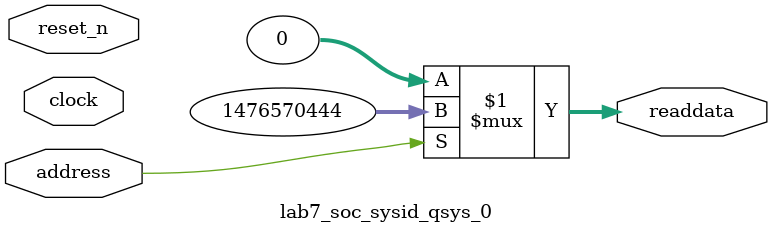
<source format=v>

`timescale 1ns / 1ps
// synthesis translate_on

// turn off superfluous verilog processor warnings 
// altera message_level Level1 
// altera message_off 10034 10035 10036 10037 10230 10240 10030 

module lab7_soc_sysid_qsys_0 (
               // inputs:
                address,
                clock,
                reset_n,

               // outputs:
                readdata
             )
;

  output  [ 31: 0] readdata;
  input            address;
  input            clock;
  input            reset_n;

  wire    [ 31: 0] readdata;
  //control_slave, which is an e_avalon_slave
  assign readdata = address ? 1476570444 : 0;

endmodule




</source>
